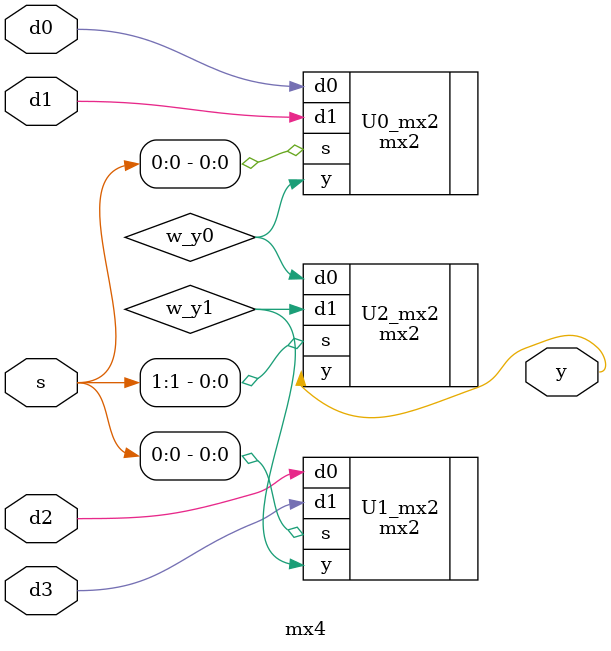
<source format=v>
module mx4(d0, d1, d2, d3, s, y);
	input d0, d1, d2, d3;
	input [1:0] s;
	output y;
	
	mx2 U0_mx2(.d0(d0), .d1(d1), .s(s[0]), .y(w_y0));
	mx2 U1_mx2(.d0(d2), .d1(d3), .s(s[0]), .y(w_y1));
	
	mx2 U2_mx2(.d0(w_y0), .d1(w_y1), .s(s[1]), .y(y));
endmodule

</source>
